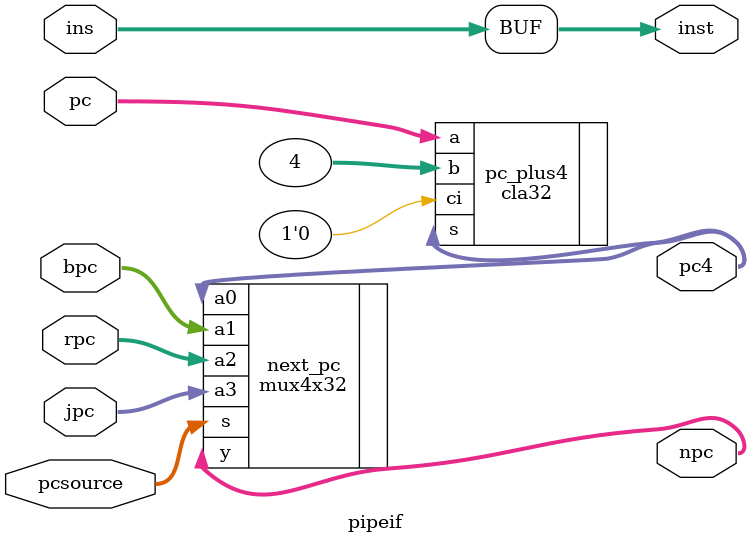
<source format=v>
module pipeif (pcsource,ins,pc,bpc,rpc,jpc,npc,pc4,inst);
	input [31:0] pc,bpc,rpc,jpc,ins;
	input [1:0] pcsource;
	output [31:0] npc,pc4,inst;
	mux4x32 next_pc (.a0(pc4),.a1(bpc),.a2(rpc),.a3(jpc),.s(pcsource),.y(npc));
	cla32 pc_plus4 (.a(pc),.b(32'h4),.ci(1'b0),.s(pc4));
//	pipeimem inst_mem (.a(pc),.inst(ins));
	//inst=ins;
	assign inst=ins;
endmodule
</source>
